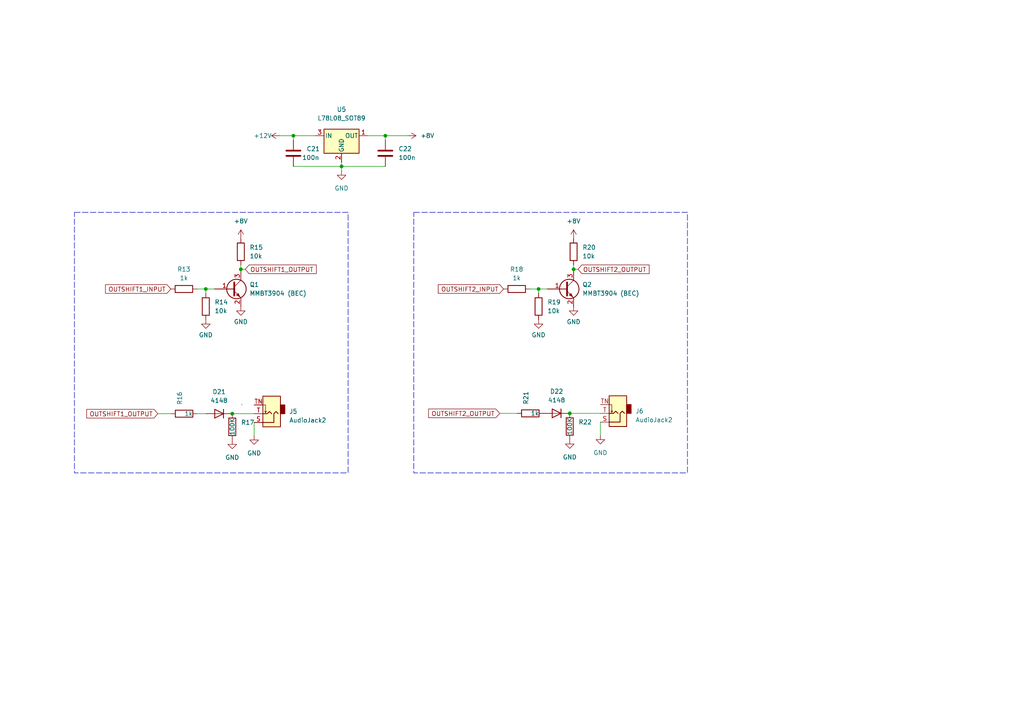
<source format=kicad_sch>
(kicad_sch (version 20230121) (generator eeschema)
  (paper "A4")
  (lib_symbols
    (symbol "Connector_Audio:AudioJack2_SwitchT"
      (property "Reference" "J" (at 0 8.89 0))
      (property "Value" "AudioJack2_SwitchT" (at 0 6.35 0))
      (symbol "AudioJack2_SwitchT_0_1"
        (rectangle (start -2.54 0) (end -3.81 -2.54) (stroke (width 0.254)) (fill (type outline)))
        (polyline (pts (xy 1.778 -0.254) (xy 2.032 -0.762)))
        (polyline (pts (xy 0 0) (xy 0.635 -0.635) (xy 1.27 0) (xy 2.54 0)) (stroke (width 0.254)))
        (polyline (pts (xy 2.54 -2.54) (xy 1.778 -2.54) (xy 1.778 -0.254) (xy 1.524 -0.762)))
        (polyline (pts (xy 2.54 2.54) (xy -0.635 2.54) (xy -0.635 0) (xy -1.27 -0.635) (xy -1.905 0)) (stroke (width 0.254)))
        (rectangle (start 2.54 3.81) (end -2.54 -5.08) (stroke (width 0.254)) (fill (type background)))
      )
      (symbol "AudioJack2_SwitchT_1_1"
        (pin passive line (at 5.08 2.54 180) (length 2.54) (name "~") (number "S"))
        (pin passive line (at 5.08 0 180) (length 2.54) (name "~") (number "T"))
        (pin passive line (at 5.08 -2.54 180) (length 2.54) (name "~") (number "TN"))
      )
    )
    (symbol "Device:C" (pin_numbers hide) (pin_names (offset 0.254))
      (property "Reference" "C" (at 0.635 2.54 0))
      (property "Value" "C" (at 0.635 -2.54 0))
      (symbol "C_0_1"
        (polyline (pts (xy -2.032 -0.762) (xy 2.032 -0.762)) (stroke (width 0.508)))
        (polyline (pts (xy -2.032 0.762) (xy 2.032 0.762)) (stroke (width 0.508)))
      )
      (symbol "C_1_1"
        (pin passive line (at 0 3.81 270) (length 2.794) (name "~") (number "1"))
        (pin passive line (at 0 -3.81 90) (length 2.794) (name "~") (number "2"))
      )
    )
    (symbol "Device:D" (pin_numbers hide) (pin_names (offset 1.016) hide)
      (property "Reference" "D" (at 0 2.54 0))
      (property "Value" "D" (at 0 -2.54 0))
      (symbol "D_0_1"
        (polyline (pts (xy -1.27 1.27) (xy -1.27 -1.27)) (stroke (width 0.254)))
        (polyline (pts (xy 1.27 0) (xy -1.27 0)))
        (polyline (pts (xy 1.27 1.27) (xy 1.27 -1.27) (xy -1.27 0) (xy 1.27 1.27)) (stroke (width 0.254)))
      )
      (symbol "D_1_1"
        (pin passive line (at -3.81 0 0) (length 2.54) (name "K") (number "1"))
        (pin passive line (at 3.81 0 180) (length 2.54) (name "A") (number "2"))
      )
    )
    (symbol "Device:R" (pin_numbers hide) (pin_names (offset 0))
      (property "Reference" "R" (at 2.032 0 90))
      (property "Value" "R" (at 0 0 90))
      (symbol "R_0_1"
        (rectangle (start -1.016 -2.54) (end 1.016 2.54) (stroke (width 0.254)))
      )
      (symbol "R_1_1"
        (pin passive line (at 0 3.81 270) (length 1.27) (name "~") (number "1"))
        (pin passive line (at 0 -3.81 90) (length 1.27) (name "~") (number "2"))
      )
    )
    (symbol "Regulator_Linear:L78L08_SOT89" (pin_names (offset 0.254))
      (property "Reference" "U" (at -3.81 3.175 0))
      (property "Value" "L78L08_SOT89" (at -0.635 3.175 0))
      (symbol "L78L08_SOT89_0_1"
        (rectangle (start -5.08 1.905) (end 5.08 -5.08) (stroke (width 0.254)) (fill (type background)))
      )
      (symbol "L78L08_SOT89_1_1"
        (pin power_out line (at 7.62 0 180) (length 2.54) (name "OUT") (number "1"))
        (pin power_in line (at 0 -7.62 90) (length 2.54) (name "GND") (number "2"))
        (pin power_in line (at -7.62 0 0) (length 2.54) (name "IN") (number "3"))
      )
    )
    (symbol "Transistor_BJT:MMBT3904" (pin_names (offset 0) hide)
      (property "Reference" "Q" (at 5.08 1.905 0))
      (property "Value" "MMBT3904" (at 5.08 0 0))
      (symbol "MMBT3904_0_1"
        (polyline (pts (xy 0.635 0.635) (xy 2.54 2.54)))
        (polyline (pts (xy 0.635 -0.635) (xy 2.54 -2.54) (xy 2.54 -2.54)))
        (polyline (pts (xy 0.635 1.905) (xy 0.635 -1.905) (xy 0.635 -1.905)) (stroke (width 0.508)))
        (polyline (pts (xy 1.27 -1.778) (xy 1.778 -1.27) (xy 2.286 -2.286) (xy 1.27 -1.778) (xy 1.27 -1.778)) (fill (type outline)))
        (circle (center 1.27 0) (radius 2.8194) (stroke (width 0.254)))
      )
      (symbol "MMBT3904_1_1"
        (pin input line (at -5.08 0 0) (length 5.715) (name "B") (number "1"))
        (pin passive line (at 2.54 -5.08 90) (length 2.54) (name "E") (number "2"))
        (pin passive line (at 2.54 5.08 270) (length 2.54) (name "C") (number "3"))
      )
    )
    (symbol "power:+12V" (power) (pin_names (offset 0))
      (property "Value" "+12V" (at 0 3.556 0))
      (symbol "+12V_0_1"
        (polyline (pts (xy -0.762 1.27) (xy 0 2.54)))
        (polyline (pts (xy 0 0) (xy 0 2.54)))
        (polyline (pts (xy 0 2.54) (xy 0.762 1.27)))
      )
      (symbol "+12V_1_1"
        (pin power_in line (at 0 0 90) (length 0) hide (name "+12V") (number "1"))
      )
    )
    (symbol "power:+8V" (power) (pin_names (offset 0))
      (property "Value" "+8V" (at 0 3.556 0))
      (symbol "+8V_0_1"
        (polyline (pts (xy -0.762 1.27) (xy 0 2.54)))
        (polyline (pts (xy 0 0) (xy 0 2.54)))
        (polyline (pts (xy 0 2.54) (xy 0.762 1.27)))
      )
      (symbol "+8V_1_1"
        (pin power_in line (at 0 0 90) (length 0) hide (name "+8V") (number "1"))
      )
    )
    (symbol "power:GND" (power) (pin_names (offset 0))
      (property "Value" "GND" (at 0 -3.81 0))
      (symbol "GND_0_1"
        (polyline (pts (xy 0 0) (xy 0 -1.27) (xy 1.27 -1.27) (xy 0 -2.54) (xy -1.27 -1.27) (xy 0 -1.27)))
      )
      (symbol "GND_1_1"
        (pin power_in line (at 0 0 270) (length 0) hide (name "GND") (number "1"))
      )
    )
  )
  (junction (at 165.2524 119.888))
  (junction (at 99.06 48.26))
  (junction (at 67.3608 119.9896))
  (junction (at 166.37 78.105))
  (junction (at 85.09 39.37))
  (junction (at 59.69 83.82))
  (junction (at 156.21 83.82))
  (junction (at 69.85 78.105))
  (junction (at 111.76 39.37))
  (wire (pts (xy 69.85 76.835) (xy 69.85 78.105)))
  (wire (pts (xy 59.69 83.82) (xy 62.23 83.82)))
  (wire (pts (xy 165.2524 119.888) (xy 174.1424 119.888)))
  (wire (pts (xy 69.85 78.105) (xy 71.12 78.105)))
  (wire (pts (xy 57.2008 119.9896) (xy 59.7408 119.9896)))
  (wire (pts (xy 166.37 76.835) (xy 166.37 78.105)))
  (wire (pts (xy 85.09 39.37) (xy 85.09 40.64)))
  (wire (pts (xy 174.1424 122.428) (xy 174.1424 126.238)))
  (wire (pts (xy 59.69 83.82) (xy 59.69 85.09)))
  (wire (pts (xy 144.9324 119.888) (xy 150.0124 119.888)))
  (wire (pts (xy 99.06 49.53) (xy 99.06 48.26)))
  (wire (pts (xy 111.76 39.37) (xy 111.76 40.64)))
  (wire (pts (xy 99.06 48.26) (xy 99.06 46.99)))
  (wire (pts (xy 69.85 78.105) (xy 69.85 78.74)))
  (wire (pts (xy 153.67 83.82) (xy 156.21 83.82)))
  (wire (pts (xy 85.09 48.26) (xy 99.06 48.26)))
  (wire (pts (xy 106.68 39.37) (xy 111.76 39.37)))
  (wire (pts (xy 45.7708 119.9896) (xy 49.5808 119.9896)))
  (wire (pts (xy 70.1548 117.1956) (xy 70.1548 117.4496)))
  (wire (pts (xy 166.37 78.105) (xy 166.37 78.74)))
  (wire (pts (xy 118.11 39.37) (xy 111.76 39.37)))
  (wire (pts (xy 81.28 39.37) (xy 85.09 39.37)))
  (wire (pts (xy 156.21 83.82) (xy 158.75 83.82)))
  (wire (pts (xy 156.21 83.82) (xy 156.21 85.09)))
  (wire (pts (xy 73.7108 122.5296) (xy 73.7108 126.3396)))
  (wire (pts (xy 99.06 48.26) (xy 111.76 48.26)))
  (wire (pts (xy 67.3608 119.9896) (xy 73.7108 119.9896)))
  (wire (pts (xy 57.15 83.82) (xy 59.69 83.82)))
  (wire (pts (xy 166.37 78.105) (xy 167.64 78.105)))
  (wire (pts (xy 85.09 39.37) (xy 91.44 39.37)))
  (rectangle (start 120.015 61.595) (end 199.39 137.16) (stroke (width 0) (type dash)))
  (rectangle (start 21.59 61.595) (end 100.965 137.16) (stroke (width 0) (type dash)))
  (global_label "OUTSHIFT1_INPUT" (shape input) (at 49.53 83.82 180) (property "Intersheetrefs" "${INTERSHEET_REFS}" (effects hide)))
  (global_label "OUTSHIFT1_OUTPUT" (shape input) (at 71.12 78.105 0) (property "Intersheetrefs" "${INTERSHEET_REFS}" (effects hide)))
  (global_label "OUTSHIFT2_OUTPUT" (shape input) (at 144.9324 119.888 180) (property "Intersheetrefs" "${INTERSHEET_REFS}" (effects hide)))
  (global_label "OUTSHIFT2_OUTPUT" (shape input) (at 167.64 78.105 0) (property "Intersheetrefs" "${INTERSHEET_REFS}" (effects hide)))
  (global_label "OUTSHIFT2_INPUT" (shape input) (at 146.05 83.82 180) (property "Intersheetrefs" "${INTERSHEET_REFS}" (effects hide)))
  (global_label "OUTSHIFT1_OUTPUT" (shape input) (at 45.7708 119.9896 180) (property "Intersheetrefs" "${INTERSHEET_REFS}" (effects hide)))
  (symbol (lib_id "power:+8V") (at 69.85 69.215 0) (unit 1)
    (property "Reference" "#PWR0116" (effects hide))
    (property "Value" "+8V" (at 69.85 64.135 0))
  )
  (symbol (lib_id "Device:R") (at 67.3608 123.7996 0) (unit 1)
    (property "Reference" "R17" (at 69.9008 122.5295 0) (effects (justify left)))
    (property "Value" "100K" (at 67.3608 126.3396 90) (effects (justify left)))
    (property "Footprint" "Capacitor_SMD:C_0402_1005Metric" (effects hide))
    (property "JLC part Number" "C25741" (effects hide))
    (property "LCSC" "C25741" (effects hide))
  )
  (symbol (lib_id "Transistor_BJT:MMBT3904") (at 67.31 83.82 0) (unit 1)
    (property "Reference" "Q1" (at 72.39 82.5499 0) (effects (justify left)))
    (property "Value" "MMBT3904 (BEC)" (at 72.39 85.0899 0) (effects (justify left)))
    (property "Footprint" "Package_TO_SOT_SMD:SOT-23" (effects hide))
    (property "Datasheet" "https://www.onsemi.com/pub/Collateral/2N3903-D.PDF" (effects hide))
    (property "JLC part Number" "C20526" (effects hide))
    (property "LCSC" "C20526" (effects hide))
  )
  (symbol (lib_id "Device:R") (at 53.34 83.82 90) (unit 1)
    (property "Reference" "R13" (at 53.34 78.105 90))
    (property "Value" "1k" (at 53.34 80.645 90))
    (property "Footprint" "Capacitor_SMD:C_0402_1005Metric" (effects hide))
    (property "LCSC" "C11702" (effects hide))
  )
  (symbol (lib_id "power:GND") (at 174.1424 126.238 0) (unit 1)
    (property "Reference" "#PWR0114" (effects hide))
    (property "Value" "GND" (at 174.1424 131.318 0))
  )
  (symbol (lib_id "power:GND") (at 67.3608 127.6096 0) (unit 1)
    (property "Reference" "#PWR0138" (effects hide))
    (property "Value" "GND" (at 67.3608 132.6896 0))
  )
  (symbol (lib_id "Device:R") (at 53.3908 119.9896 90) (unit 1)
    (property "Reference" "R16" (at 52.1207 117.4496 0) (effects (justify left)))
    (property "Value" "1k" (at 55.9308 119.9896 90) (effects (justify left)))
    (property "Footprint" "Capacitor_SMD:C_0402_1005Metric" (effects hide))
    (property "LCSC" "C11702" (effects hide))
  )
  (symbol (lib_id "Device:R") (at 59.69 88.9 180) (unit 1)
    (property "Reference" "R14" (at 62.23 87.6299 0) (effects (justify right)))
    (property "Value" "10k" (at 62.23 90.1699 0) (effects (justify right)))
    (property "Footprint" "Capacitor_SMD:C_0402_1005Metric" (effects hide))
    (property "JLC part Number" "C25744" (effects hide))
    (property "LCSC" "C25744" (effects hide))
  )
  (symbol (lib_id "Device:R") (at 156.21 88.9 180) (unit 1)
    (property "Reference" "R19" (at 158.75 87.6299 0) (effects (justify right)))
    (property "Value" "10k" (at 158.75 90.1699 0) (effects (justify right)))
    (property "Footprint" "Capacitor_SMD:C_0402_1005Metric" (effects hide))
    (property "JLC part Number" "C25744" (effects hide))
    (property "LCSC" "C25744" (effects hide))
  )
  (symbol (lib_id "power:GND") (at 69.85 88.9 0) (unit 1)
    (property "Reference" "#PWR0118" (effects hide))
    (property "Value" "GND" (at 69.85 93.345 0))
  )
  (symbol (lib_id "power:+8V") (at 118.11 39.37 270) (unit 1)
    (property "Reference" "#PWR0109" (effects hide))
    (property "Value" "+8V" (at 121.92 39.3699 90) (effects (justify left)))
  )
  (symbol (lib_id "power:GND") (at 165.2524 127.508 0) (unit 1)
    (property "Reference" "#PWR0139" (effects hide))
    (property "Value" "GND" (at 165.2524 132.588 0))
  )
  (symbol (lib_id "Transistor_BJT:MMBT3904") (at 163.83 83.82 0) (unit 1)
    (property "Reference" "Q2" (at 168.91 82.5499 0) (effects (justify left)))
    (property "Value" "MMBT3904 (BEC)" (at 168.91 85.0899 0) (effects (justify left)))
    (property "Footprint" "Package_TO_SOT_SMD:SOT-23" (effects hide))
    (property "Datasheet" "https://www.onsemi.com/pub/Collateral/2N3903-D.PDF" (effects hide))
    (property "JLC part Number" "C20526" (effects hide))
    (property "LCSC" "C20526" (effects hide))
  )
  (symbol (lib_id "power:+8V") (at 166.37 69.215 0) (unit 1)
    (property "Reference" "#PWR0105" (effects hide))
    (property "Value" "+8V" (at 166.37 64.135 0))
  )
  (symbol (lib_id "Regulator_Linear:L78L08_SOT89") (at 99.06 39.37 0) (unit 1)
    (property "Reference" "U5" (at 99.06 31.75 0))
    (property "Value" "L78L08_SOT89" (at 99.06 34.29 0))
    (property "Footprint" "Package_TO_SOT_SMD:SOT-89-3" (effects hide))
    (property "Datasheet" "http://www.st.com/content/ccc/resource/technical/document/datasheet/15/55/e5/aa/23/5b/43/fd/CD00000446.pdf/files/CD00000446.pdf/jcr:content/translations/en.CD00000446.pdf" (effects hide))
    (property "JLC part Number" "C122846" (effects hide))
    (property "LCSC" "C122846" (effects hide))
  )
  (symbol (lib_id "Device:C") (at 111.76 44.45 0) (unit 1)
    (property "Reference" "C22" (at 115.57 43.1799 0) (effects (justify left)))
    (property "Value" "100n" (at 115.57 45.7199 0) (effects (justify left)))
    (property "Footprint" "Capacitor_SMD:C_0402_1005Metric" (effects hide))
    (property "JLC part Number" "C1525" (effects hide))
    (property "LCSC" "C1525" (effects hide))
  )
  (symbol (lib_id "Device:D") (at 161.4424 119.888 180) (unit 1)
    (property "Reference" "D22" (at 161.4424 113.538 0))
    (property "Value" "4148" (at 161.4424 116.078 0))
    (property "Footprint" "Diode_SMD:D_SOD-323" (effects hide))
    (property "JLC part Number" "C81598" (effects hide))
    (property "LCSC" "C917117" (effects hide))
  )
  (symbol (lib_id "Connector_Audio:AudioJack2_SwitchT") (at 179.2224 119.888 180) (unit 1)
    (property "Reference" "J6" (at 184.3024 119.2529 0) (effects (justify right)))
    (property "Value" "AudioJack2" (at 184.3024 121.7929 0) (effects (justify right)))
    (property "Footprint" "Connector_Audio:_Jack_3.5mm_QingPu_JACK_ANCHOR" (effects hide))
  )
  (symbol (lib_id "power:GND") (at 59.69 92.71 0) (unit 1)
    (property "Reference" "#PWR0119" (effects hide))
    (property "Value" "GND" (at 59.69 97.155 0))
  )
  (symbol (lib_id "Device:R") (at 166.37 73.025 0) (unit 1)
    (property "Reference" "R20" (at 168.91 71.7549 0) (effects (justify left)))
    (property "Value" "10k" (at 168.91 74.2949 0) (effects (justify left)))
    (property "Footprint" "Capacitor_SMD:C_0402_1005Metric" (effects hide))
    (property "JLC part Number" "C25744" (effects hide))
    (property "LCSC" "C25744" (effects hide))
  )
  (symbol (lib_id "Device:C") (at 85.09 44.45 0) (unit 1)
    (property "Reference" "C21" (at 88.9 43.1799 0) (effects (justify left)))
    (property "Value" "100n" (at 87.63 45.72 0) (effects (justify left)))
    (property "Footprint" "Capacitor_SMD:C_0402_1005Metric" (effects hide))
    (property "JLC part Number" "C1525" (effects hide))
    (property "LCSC" "C1525" (effects hide))
  )
  (symbol (lib_id "Device:D") (at 63.5508 119.9896 180) (unit 1)
    (property "Reference" "D21" (at 63.5508 113.6396 0))
    (property "Value" "4148" (at 63.5508 116.1796 0))
    (property "Footprint" "Diode_SMD:D_SOD-323" (effects hide))
    (property "JLC part Number" "C81598" (effects hide))
    (property "LCSC" "C917117" (effects hide))
  )
  (symbol (lib_id "power:GND") (at 156.21 92.71 0) (unit 1)
    (property "Reference" "#PWR0113" (effects hide))
    (property "Value" "GND" (at 156.21 97.155 0))
  )
  (symbol (lib_id "Device:R") (at 149.86 83.82 90) (unit 1)
    (property "Reference" "R18" (at 149.86 78.105 90))
    (property "Value" "1k" (at 149.86 80.645 90))
    (property "Footprint" "Capacitor_SMD:C_0402_1005Metric" (effects hide))
    (property "LCSC" "C11702" (effects hide))
  )
  (symbol (lib_id "Device:R") (at 165.2524 123.698 0) (unit 1)
    (property "Reference" "R22" (at 167.7924 122.4279 0) (effects (justify left)))
    (property "Value" "100K" (at 165.2524 126.238 90) (effects (justify left)))
    (property "Footprint" "Capacitor_SMD:C_0402_1005Metric" (effects hide))
    (property "JLC part Number" "C25741" (effects hide))
    (property "LCSC" "C25741" (effects hide))
  )
  (symbol (lib_id "Device:R") (at 69.85 73.025 0) (unit 1)
    (property "Reference" "R15" (at 72.39 71.7549 0) (effects (justify left)))
    (property "Value" "10k" (at 72.39 74.2949 0) (effects (justify left)))
    (property "Footprint" "Capacitor_SMD:C_0402_1005Metric" (effects hide))
    (property "JLC part Number" "C25744" (effects hide))
    (property "LCSC" "C25744" (effects hide))
  )
  (symbol (lib_id "power:GND") (at 166.37 88.9 0) (unit 1)
    (property "Reference" "#PWR0115" (effects hide))
    (property "Value" "GND" (at 166.37 93.345 0))
  )
  (symbol (lib_id "power:GND") (at 99.06 49.53 0) (unit 1)
    (property "Reference" "#PWR0108" (effects hide))
    (property "Value" "GND" (at 99.06 54.61 0))
  )
  (symbol (lib_id "power:+12V") (at 81.28 39.37 90) (unit 1)
    (property "Reference" "#PWR0110" (effects hide))
    (property "Value" "+12V" (at 76.2 39.37 90))
  )
  (symbol (lib_id "Connector_Audio:AudioJack2_SwitchT") (at 78.7908 119.9896 180) (unit 1)
    (property "Reference" "J5" (at 83.8708 119.3545 0) (effects (justify right)))
    (property "Value" "AudioJack2" (at 83.8708 121.8945 0) (effects (justify right)))
    (property "Footprint" "Connector_Audio:_Jack_3.5mm_QingPu_JACK_ANCHOR" (effects hide))
  )
  (symbol (lib_id "power:GND") (at 73.7108 126.3396 0) (unit 1)
    (property "Reference" "#PWR0117" (effects hide))
    (property "Value" "GND" (at 73.7108 131.4196 0))
  )
  (symbol (lib_id "Device:R") (at 153.8224 119.888 90) (unit 1)
    (property "Reference" "R21" (at 152.5523 117.348 0) (effects (justify left)))
    (property "Value" "1k" (at 156.3624 119.888 90) (effects (justify left)))
    (property "Footprint" "Capacitor_SMD:C_0402_1005Metric" (effects hide))
    (property "LCSC" "C11702" (effects hide))
  )
)
</source>
